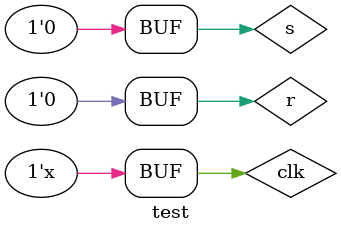
<source format=v>
module test();

reg clk=0;
reg s=0;
reg r=0;
wire q,qbar;

SRff DUT(s,r,clk,q,qbar);

initial begin
$monitor($time,"s=%b r=%b q=%b qbar=%b",s,r,q,qbar);
#5 s=0;r=1;
#5 s=1;r=0;
#5 s=1;r=1;
#5 s=0;r=0;
#5;
end

always #1 clk=~clk;
endmodule

</source>
